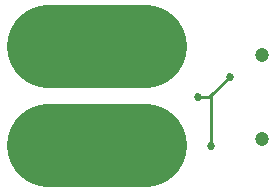
<source format=gbl>
%TF.GenerationSoftware,KiCad,Pcbnew,4.0.5-e0-6337~49~ubuntu16.04.1*%
%TF.CreationDate,2017-05-27T17:45:45-07:00*%
%TF.ProjectId,2x3-USB-Power-Connector,3278332D5553422D506F7765722D436F,v1.1*%
%TF.FileFunction,Copper,L2,Bot,Signal*%
%FSLAX46Y46*%
G04 Gerber Fmt 4.6, Leading zero omitted, Abs format (unit mm)*
G04 Created by KiCad (PCBNEW 4.0.5-e0-6337~49~ubuntu16.04.1) date Sat May 27 17:45:45 2017*
%MOMM*%
%LPD*%
G01*
G04 APERTURE LIST*
%ADD10C,0.350000*%
%ADD11C,7.000000*%
%ADD12C,1.200000*%
%ADD13C,6.000000*%
%ADD14C,0.685800*%
%ADD15C,0.254000*%
%ADD16C,0.330200*%
%ADD17C,0.350000*%
G04 APERTURE END LIST*
D10*
D11*
X32867600Y-52797160D02*
X24667600Y-52797160D01*
X32867600Y-61197160D02*
X24667600Y-61197160D01*
D12*
X42754720Y-60685160D03*
X42754720Y-53585160D03*
D13*
X32867600Y-61097160D03*
X32867600Y-53097160D03*
X24867600Y-53097160D03*
X24867600Y-61097160D03*
D14*
X38475920Y-61234320D03*
X40060880Y-55397400D03*
X37368240Y-57114680D03*
D15*
X38343600Y-57114680D02*
X38475920Y-56982360D01*
X38475920Y-56982360D02*
X40060880Y-55397400D01*
X38475920Y-61234320D02*
X38475920Y-56982360D01*
X37368240Y-57114680D02*
X38343600Y-57114680D01*
D16*
X38475920Y-61234320D03*
X40060880Y-55397400D03*
X37368240Y-57114680D03*
D17*
X42754720Y-60685160D03*
X42754720Y-53585160D03*
X32867600Y-61097160D03*
X32867600Y-53097160D03*
X24867600Y-53097160D03*
X24867600Y-61097160D03*
M02*

</source>
